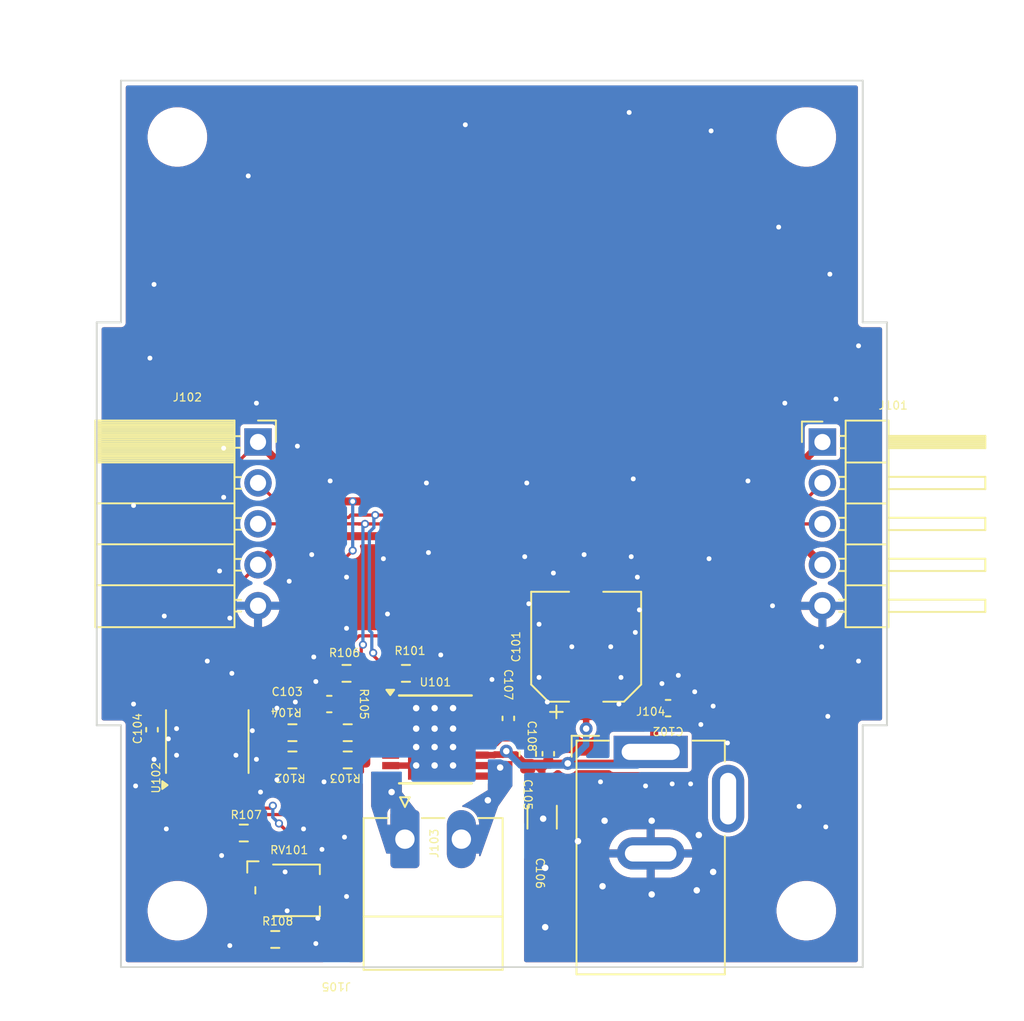
<source format=kicad_pcb>
(kicad_pcb (version 20240108) (generator "pcbnew") (generator_version "8.0")
  (layers (0 "F.Cu" signal) (31 "B.Cu" signal) (34 "B.Paste" user) (35 "F.Paste" user) (36 "B.SilkS" user "B.Silkscreen") (37 "F.SilkS" user "F.Silkscreen") (38 "B.Mask" user) (39 "F.Mask" user) (44 "Edge.Cuts" user))
  (net 0 "")
  (net 1 "+5V")
  (net 2 "Net-(U101-VCP)")
  (net 3 "Net-(U101-CPH)")
  (net 4 "Net-(U101-CPL)")
  (net 5 "/cs")
  (net 6 "GND")
  (net 7 "/IN1")
  (net 8 "/IN2")
  (net 9 "/ANALOG")
  (net 10 "Net-(U101-nFault)")
  (net 13 "Net-(R102-Pad1)")
  (net 14 "Net-(U102--)")
  (net 15 "Net-(R107-Pad2)")
  (net 16 "Net-(R108-Pad1)")
  (net 17 "+18V")
  (net 18 "/OUT2")
  (net 19 "/OUT1")
  (footprint "Capacitor_SMD:C_1206_3216Metric" (layer "F.Cu") (at 186.119 121.701 -90)
    (property "Reference" "C106" (at 3.478 0.127 -90) (layer "F.SilkS") (effects (font (size 0.5 0.5) (thickness 0.075))))
    (property "Value" "10uF")
    (pad "1" smd roundrect (at -1.475 0 270) (size 1.15 1.8) (layers "F.Cu" "F.Paste" "F.Mask") (roundrect_rratio 0.217391) (net 17 "+18V"))
    (pad "2" smd roundrect (at 1.475 0 270) (size 1.15 1.8) (layers "F.Cu" "F.Paste" "F.Mask") (roundrect_rratio 0.217391) (net 6 "GND"))
  )
  (footprint "custom_kicad_lib_sk:R_0603_smalltext" (layer "F.Cu") (at 170.6335 116.459 180)
    (property "Reference" "R104" (at 0.381 1.27 180) (layer "F.SilkS") (effects (font (size 0.5 0.5) (thickness 0.075))))
    (property "Value" "100R")
    (pad "1" smd roundrect (at -0.9125 0 180) (size 0.975 0.95) (layers "F.Cu" "F.Paste" "F.Mask") (net 13 "Net-(R102-Pad1)"))
    (pad "2" smd roundrect (at 0.9125 0 180) (size 0.975 0.95) (layers "F.Cu" "F.Paste" "F.Mask") (net 6 "GND"))
  )
  (footprint "custom_kicad_lib_sk:R_0603_smalltext" (layer "F.Cu") (at 170.6335 118.145 180)
    (property "Reference" "R102" (at 0.15 -1.125 180) (layer "F.SilkS") (effects (font (size 0.5 0.5) (thickness 0.075))))
    (property "Value" "680R")
    (pad "1" smd roundrect (at -0.9125 0 180) (size 0.975 0.95) (layers "F.Cu" "F.Paste" "F.Mask") (net 13 "Net-(R102-Pad1)"))
    (pad "2" smd roundrect (at 0.9125 0 180) (size 0.975 0.95) (layers "F.Cu" "F.Paste" "F.Mask") (net 6 "GND"))
  )
  (footprint "custom_kicad_lib_sk:R_0603_smalltext" (layer "F.Cu") (at 173.99 112.776)
    (property "Reference" "R106" (at -0.127 -1.27 0) (layer "F.SilkS") (effects (font (size 0.5 0.5) (thickness 0.075))))
    (property "Value" "22k")
    (pad "1" smd roundrect (at -0.9125 0) (size 0.975 0.95) (layers "F.Cu" "F.Paste" "F.Mask") (net 1 "+5V"))
    (pad "2" smd roundrect (at 0.9125 0) (size 0.975 0.95) (layers "F.Cu" "F.Paste" "F.Mask") (net 8 "/IN2"))
  )
  (footprint "MountingHole:MountingHole_3.2mm_M3" (layer "F.Cu") (at 163.5 127.5)
    (property "Reference" "REF**" (hide yes))
    (property "Value" "MountingHole_3.2mm_M3")
    (pad "" np_thru_hole circle (at 0 0) (size 3.2 3.2) (drill 3.2) (layers "F&B.Cu" "*.Mask"))
  )
  (footprint "Capacitor_SMD:C_0402_1005Metric_Pad0.74x0.62mm_HandSolder" (layer "F.Cu") (at 161.925 116.2725 -90)
    (property "Reference" "C104" (at -0.0675 0.889 90) (layer "F.SilkS") (effects (font (size 0.5 0.5) (thickness 0.075))))
    (property "Value" "100nF")
    (pad "1" smd roundrect (at -0.5675 0 270) (size 0.735 0.62) (layers "F.Cu" "F.Paste" "F.Mask") (net 1 "+5V"))
    (pad "2" smd roundrect (at 0.5675 0 270) (size 0.735 0.62) (layers "F.Cu" "F.Paste" "F.Mask") (net 6 "GND"))
  )
  (footprint "custom_kicad_lib_sk:55mm_side_w_wing" (layer "F.Cu") (at 158.5 103.5 180)
    (property "Reference" "REF**" (hide yes))
    (property "Value" "55mm_side_w_wing")
    (fp_line (start 0 12.5) (end 0 -12.5) (stroke (width 0.12)) (layer "Edge.Cuts"))
    (fp_line (start 0 -12.5) (end -1.5 -12.5) (stroke (width 0.12)) (layer "Edge.Cuts"))
    (fp_line (start -1.5 27.5) (end -1.5 12.5) (stroke (width 0.12)) (layer "Edge.Cuts"))
    (fp_line (start -1.5 12.5) (end 0 12.5) (stroke (width 0.12)) (layer "Edge.Cuts"))
    (fp_line (start -1.5 -12.5) (end -1.5 -27.5) (stroke (width 0.12)) (layer "Edge.Cuts"))
  )
  (footprint "Package_SO:HTSSOP-16-1EP_4.4x5mm_P0.65mm_EP3.4x5mm" (layer "F.Cu") (at 179.5 116.875)
    (property "Reference" "U101" (at 0 -3.55 0) (layer "F.SilkS") (effects (font (size 0.5 0.5) (thickness 0.075))))
    (property "Value" "DRV8874")
    (pad "1" smd rect (at -2.775 -2.275) (size 1.05 0.45) (layers "F.Cu" "F.Paste" "F.Mask") (net 7 "/IN1"))
    (pad "2" smd rect (at -2.775 -1.625) (size 1.05 0.45) (layers "F.Cu" "F.Paste" "F.Mask") (net 8 "/IN2"))
    (pad "3" smd rect (at -2.775 -0.975) (size 1.05 0.45) (layers "F.Cu" "F.Paste" "F.Mask") (net 1 "+5V"))
    (pad "4" smd rect (at -2.775 -0.325) (size 1.05 0.45) (layers "F.Cu" "F.Paste" "F.Mask") (net 10 "Net-(U101-nFault)"))
    (pad "5" smd rect (at -2.775 0.325) (size 1.05 0.45) (layers "F.Cu" "F.Paste" "F.Mask") (net 1 "+5V"))
    (pad "6" smd rect (at -2.775 0.975) (size 1.05 0.45) (layers "F.Cu" "F.Paste" "F.Mask") (net 9 "/ANALOG"))
    (pad "7" smd rect (at -2.775 1.625) (size 1.05 0.45) (layers "F.Cu" "F.Paste" "F.Mask") (net 6 "GND"))
    (pad "8" smd rect (at -2.775 2.275) (size 1.05 0.45) (layers "F.Cu" "F.Paste" "F.Mask") (net 19 "/OUT1"))
    (pad "9" smd rect (at 2.775 2.275) (size 1.05 0.45) (layers "F.Cu" "F.Paste" "F.Mask") (net 6 "GND"))
    (pad "10" smd rect (at 2.775 1.625) (size 1.05 0.45) (layers "F.Cu" "F.Paste" "F.Mask") (net 18 "/OUT2"))
    (pad "11" smd rect (at 2.775 0.975) (size 1.05 0.45) (layers "F.Cu" "F.Paste" "F.Mask") (net 17 "+18V"))
    (pad "12" smd rect (at 2.775 0.325) (size 1.05 0.45) (layers "F.Cu" "F.Paste" "F.Mask") (net 2 "Net-(U101-VCP)"))
    (pad "13" smd rect (at 2.775 -0.325) (size 1.05 0.45) (layers "F.Cu" "F.Paste" "F.Mask") (net 3 "Net-(U101-CPH)"))
    (pad "14" smd rect (at 2.775 -0.975) (size 1.05 0.45) (layers "F.Cu" "F.Paste" "F.Mask") (net 4 "Net-(U101-CPL)"))
    (pad "15" smd rect (at 2.775 -1.625) (size 1.05 0.45) (layers "F.Cu" "F.Paste" "F.Mask") (net 6 "GND"))
    (pad "16" smd rect (at 2.775 -2.275) (size 1.05 0.45) (layers "F.Cu" "F.Paste" "F.Mask") (net 1 "+5V"))
    (pad "17" smd rect (at 0 0) (size 3.4 5) (layers "F.Cu" "F.Mask") (net 6 "GND"))
  )
  (footprint "Connector_Wire:SolderWirePad_1x01_SMD_1x2mm" (layer "F.Cu") (at 173.355 129.667 180)
    (property "Reference" "J105" (at 0 -2.54 180) (layer "F.SilkS") (effects (font (size 0.5 0.5) (thickness 0.075))))
    (property "Value" "current sense pad")
    (pad "1" smd roundrect (at 0 0 180) (size 1 2) (layers "F.Cu" "F.Paste" "F.Mask") (net 9 "/ANALOG"))
  )
  (footprint "MountingHole:MountingHole_3.2mm_M3" (layer "F.Cu") (at 163.5 79.5)
    (property "Reference" "REF**" (hide yes))
    (property "Value" "MountingHole_3.2mm_M3")
    (pad "" np_thru_hole circle (at 0 0) (size 3.2 3.2) (drill 3.2) (layers "*.Cu" "*.Mask"))
  )
  (footprint "Connector_BarrelJack:BarrelJack_GCT_DCJ200-10-A_Horizontal" (layer "F.Cu") (at 192.85 117.65)
    (property "Reference" "J104" (at 0 -2.5 0) (layer "F.SilkS") (effects (font (size 0.5 0.5) (thickness 0.075))))
    (property "Value" "Barrel_Jack")
    (pad "1" thru_hole rect (at 0 0) (size 4.6 2) (drill oval 3.6 1) (layers "*.Cu" "*.Mask") (net 17 "+18V"))
    (pad "2" thru_hole oval (at 0 6.3) (size 4.2 2) (drill oval 3.2 1) (layers "*.Cu" "*.Mask") (net 6 "GND"))
    (pad "3" thru_hole oval (at 4.8 2.9) (size 2 4.2) (drill oval 1 3.2) (layers "*.Cu" "*.Mask"))
  )
  (footprint "Capacitor_SMD:C_0603_1608Metric" (layer "F.Cu") (at 185.23 117.764 90)
    (property "Reference" "C105" (at -2.54 0 -90) (layer "F.SilkS") (effects (font (size 0.5 0.5) (thickness 0.075))))
    (property "Value" "100nF")
    (pad "1" smd roundrect (at -0.775 0 90) (size 0.9 0.95) (layers "F.Cu" "F.Paste" "F.Mask") (net 17 "+18V"))
    (pad "2" smd roundrect (at 0.775 0 90) (size 0.9 0.95) (layers "F.Cu" "F.Paste" "F.Mask") (net 2 "Net-(U101-VCP)"))
  )
  (footprint "Capacitor_SMD:C_0603_1608Metric" (layer "F.Cu") (at 172.9195 114.681 180)
    (property "Reference" "C103" (at 2.6125 0.762 0) (layer "F.SilkS") (effects (font (size 0.5 0.5) (thickness 0.075))))
    (property "Value" "100nF")
    (pad "1" smd roundrect (at -0.775 0 180) (size 0.9 0.95) (layers "F.Cu" "F.Paste" "F.Mask") (net 1 "+5V"))
    (pad "2" smd roundrect (at 0.775 0 180) (size 0.9 0.95) (layers "F.Cu" "F.Paste" "F.Mask") (net 6 "GND"))
  )
  (footprint "Connector_PinSocket_2.54mm:PinSocket_1x05_P2.54mm_Horizontal" (layer "F.Cu") (at 168.5 98.42)
    (property "Reference" "J102" (at -4.38 -2.77 0) (layer "F.SilkS") (effects (font (size 0.5 0.5) (thickness 0.075))))
    (property "Value" "Conn_01x05_Socket")
    (pad "1" thru_hole rect (at 0 0) (size 1.7 1.7) (drill 1) (layers "*.Cu" "*.Mask") (net 1 "+5V"))
    (pad "2" thru_hole oval (at 0 2.54) (size 1.7 1.7) (drill 1) (layers "*.Cu" "*.Mask") (net 7 "/IN1"))
    (pad "3" thru_hole oval (at 0 5.08) (size 1.7 1.7) (drill 1) (layers "*.Cu" "*.Mask") (net 8 "/IN2"))
    (pad "4" thru_hole oval (at 0 7.62) (size 1.7 1.7) (drill 1) (layers "*.Cu" "*.Mask") (net 5 "/cs"))
    (pad "5" thru_hole oval (at 0 10.16) (size 1.7 1.7) (drill 1) (layers "*.Cu" "*.Mask") (net 6 "GND"))
  )
  (footprint "Potentiometer_SMD:Potentiometer_Bourns_TC33X_Vertical" (layer "F.Cu") (at 170.434 126.238)
    (property "Reference" "RV101" (at 0 -2.5 0) (layer "F.SilkS") (effects (font (size 0.5 0.5) (thickness 0.075))))
    (property "Value" "R_Potentiometer")
    (pad "1" smd rect (at -1.8 -1) (size 1.2 1.2) (layers "F.Cu" "F.Paste" "F.Mask") (net 15 "Net-(R107-Pad2)"))
    (pad "2" smd rect (at 1.45 0) (size 1.5 1.6) (layers "F.Cu" "F.Paste" "F.Mask") (net 14 "Net-(U102--)"))
    (pad "3" smd rect (at -1.8 1) (size 1.2 1.2) (layers "F.Cu" "F.Paste" "F.Mask") (net 16 "Net-(R108-Pad1)"))
  )
  (footprint "MountingHole:MountingHole_3.2mm_M3" (layer "F.Cu") (at 202.5 127.5)
    (property "Reference" "REF**" (hide yes))
    (property "Value" "MountingHole_3.2mm_M3")
    (pad "" np_thru_hole circle (at 0 0) (size 3.2 3.2) (drill 3.2) (layers "F&B.Cu" "*.Mask"))
  )
  (footprint "Capacitor_SMD:CP_Elec_6.3x5.9" (layer "F.Cu") (at 188.849 111.125 90)
    (property "Reference" "C101" (at 0 -4.35 90) (layer "F.SilkS") (effects (font (size 0.5 0.5) (thickness 0.075))))
    (property "Value" "100uF")
    (pad "1" smd roundrect (at -2.8 0 90) (size 3.5 1.6) (layers "F.Cu" "F.Paste" "F.Mask") (roundrect_rratio 0.15625) (net 17 "+18V"))
    (pad "2" smd roundrect (at 2.8 0 90) (size 3.5 1.6) (layers "F.Cu" "F.Paste" "F.Mask") (roundrect_rratio 0.15625) (net 6 "GND"))
  )
  (footprint "Capacitor_SMD:C_0603_1608Metric_Pad1.08x0.95mm_HandSolder" (layer "F.Cu") (at 193.929 114.935 180)
    (property "Reference" "C102" (at 0 -1.43 180) (layer "F.SilkS") (effects (font (size 0.5 0.5) (thickness 0.075))))
    (property "Value" "100nF")
    (pad "1" smd roundrect (at -0.8625 0 180) (size 1.075 0.95) (layers "F.Cu" "F.Paste" "F.Mask") (net 6 "GND"))
    (pad "2" smd roundrect (at 0.8625 0 180) (size 1.075 0.95) (layers "F.Cu" "F.Paste" "F.Mask") (net 17 "+18V"))
  )
  (footprint "custom_kicad_lib_sk:55mm_side_w_wing" (layer "F.Cu") (at 207.5 103.5)
    (property "Reference" "REF**" (hide yes))
    (property "Value" "55mm_side_w_wing")
    (fp_line (start -1.5 -12.5) (end -1.5 -27.5) (stroke (width 0.12)) (layer "Edge.Cuts"))
    (fp_line (start -1.5 12.5) (end 0 12.5) (stroke (width 0.12)) (layer "Edge.Cuts"))
    (fp_line (start -1.5 27.5) (end -1.5 12.5) (stroke (width 0.12)) (layer "Edge.Cuts"))
    (fp_line (start 0 -12.5) (end -1.5 -12.5) (stroke (width 0.12)) (layer "Edge.Cuts"))
    (fp_line (start 0 12.5) (end 0 -12.5) (stroke (width 0.12)) (layer "Edge.Cuts"))
  )
  (footprint "custom_kicad_lib_sk:R_0603_smalltext" (layer "F.Cu") (at 174.0625 118.145 180)
    (property "Reference" "R103" (at 0.15 -1.125 180) (layer "F.SilkS") (effects (font (size 0.5 0.5) (thickness 0.075))))
    (property "Value" "1k5")
    (pad "1" smd roundrect (at -0.9125 0 180) (size 0.975 0.95) (layers "F.Cu" "F.Paste" "F.Mask") (net 9 "/ANALOG"))
    (pad "2" smd roundrect (at 0.9125 0 180) (size 0.975 0.95) (layers "F.Cu" "F.Paste" "F.Mask") (net 13 "Net-(R102-Pad1)"))
  )
  (footprint "custom_kicad_lib_sk:R_0603_smalltext" (layer "F.Cu") (at 174.0625 116.459)
    (property "Reference" "R105" (at 1.016 -1.778 -90) (layer "F.SilkS") (effects (font (size 0.5 0.5) (thickness 0.075))))
    (property "Value" "47k")
    (pad "1" smd roundrect (at -0.9125 0) (size 0.975 0.95) (layers "F.Cu" "F.Paste" "F.Mask") (net 1 "+5V"))
    (pad "2" smd roundrect (at 0.9125 0) (size 0.975 0.95) (layers "F.Cu" "F.Paste" "F.Mask") (net 10 "Net-(U101-nFault)"))
  )
  (footprint "custom_kicad_lib_sk:R_0603_smalltext" (layer "F.Cu") (at 169.5685 129.286)
    (property "Reference" "R108" (at 0.15 -1.125 0) (layer "F.SilkS") (effects (font (size 0.5 0.5) (thickness 0.075))))
    (property "Value" "4k7")
    (pad "1" smd roundrect (at -0.9125 0) (size 0.975 0.95) (layers "F.Cu" "F.Paste" "F.Mask") (net 16 "Net-(R108-Pad1)"))
    (pad "2" smd roundrect (at 0.9125 0) (size 0.975 0.95) (layers "F.Cu" "F.Paste" "F.Mask") (net 6 "GND"))
  )
  (footprint "Connector_PinHeader_2.54mm:PinHeader_1x05_P2.54mm_Horizontal" (layer "F.Cu") (at 203.5 98.425)
    (property "Reference" "J101" (at 4.385 -2.27 0) (layer "F.SilkS") (effects (font (size 0.5 0.5) (thickness 0.075))))
    (property "Value" "Conn_01x05_Pin")
    (pad "1" thru_hole rect (at 0 0) (size 1.7 1.7) (drill 1) (layers "*.Cu" "*.Mask") (net 1 "+5V"))
    (pad "2" thru_hole oval (at 0 2.54) (size 1.7 1.7) (drill 1) (layers "*.Cu" "*.Mask") (net 7 "/IN1"))
    (pad "3" thru_hole oval (at 0 5.08) (size 1.7 1.7) (drill 1) (layers "*.Cu" "*.Mask") (net 8 "/IN2"))
    (pad "4" thru_hole oval (at 0 7.62) (size 1.7 1.7) (drill 1) (layers "*.Cu" "*.Mask") (net 5 "/cs"))
    (pad "5" thru_hole oval (at 0 10.16) (size 1.7 1.7) (drill 1) (layers "*.Cu" "*.Mask") (net 6 "GND"))
  )
  (footprint "Connector_Phoenix_MC:PhoenixContact_MC_1,5_2-G-3.5_1x02_P3.50mm_Horizontal" (layer "F.Cu") (at 177.61 123.063)
    (property "Reference" "J103" (at 1.822 0.2655 90) (layer "F.SilkS") (effects (font (size 0.5 0.5) (thickness 0.075))))
    (property "Value" "Screw_Terminal_01x02")
    (pad "1" thru_hole roundrect (at 0 0) (size 1.8 3.6) (drill 1.2) (layers "*.Cu" "*.Mask") (roundrect_rratio 0.138889) (net 19 "/OUT1"))
    (pad "2" thru_hole oval (at 3.5 0) (size 1.8 3.6) (drill 1.2) (layers "*.Cu" "*.Mask") (net 18 "/OUT2"))
  )
  (footprint "MountingHole:MountingHole_3.2mm_M3" (layer "F.Cu") (at 202.5 79.5)
    (property "Reference" "REF**" (hide yes))
    (property "Value" "MountingHole_3.2mm_M3")
    (pad "" np_thru_hole circle (at 0 0) (size 3.2 3.2) (drill 3.2) (layers "F&B.Cu" "*.Mask"))
  )
  (footprint "custom_kicad_lib_sk:R_0603_smalltext" (layer "F.Cu") (at 167.6165 122.682)
    (property "Reference" "R107" (at 0.15 -1.125 0) (layer "F.SilkS") (effects (font (size 0.5 0.5) (thickness 0.075))))
    (property "Value" "4k7")
    (pad "1" smd roundrect (at -0.9125 0) (size 0.975 0.95) (layers "F.Cu" "F.Paste" "F.Mask") (net 1 "+5V"))
    (pad "2" smd roundrect (at 0.9125 0) (size 0.975 0.95) (layers "F.Cu" "F.Paste" "F.Mask") (net 15 "Net-(R107-Pad2)"))
  )
  (footprint "custom_kicad_lib_sk:R_0603_smalltext" (layer "F.Cu") (at 177.673 112.776 180)
    (property "Reference" "R101" (at -0.254 1.397 0) (layer "F.SilkS") (effects (font (size 0.5 0.5) (thickness 0.075))))
    (property "Value" "22k")
    (pad "1" smd roundrect (at -0.9125 0 180) (size 0.975 0.95) (layers "F.Cu" "F.Paste" "F.Mask") (net 1 "+5V"))
    (pad "2" smd roundrect (at 0.9125 0 180) (size 0.975 0.95) (layers "F.Cu" "F.Paste" "F.Mask") (net 7 "/IN1"))
  )
  (footprint "Capacitor_SMD:C_0402_1005Metric_Pad0.74x0.62mm_HandSolder" (layer "F.Cu") (at 184.023 115.57 90)
    (property "Reference" "C107" (at 2.0915 0 -90) (layer "F.SilkS") (effects (font (size 0.5 0.5) (thickness 0.075))))
    (property "Value" "22n VM")
    (pad "1" smd roundrect (at -0.5675 0 90) (size 0.735 0.62) (layers "F.Cu" "F.Paste" "F.Mask") (net 3 "Net-(U101-CPH)"))
    (pad "2" smd roundrect (at 0.5675 0 90) (size 0.735 0.62) (layers "F.Cu" "F.Paste" "F.Mask") (net 4 "Net-(U101-CPL)"))
  )
  (footprint "Capacitor_SMD:C_0402_1005Metric_Pad0.74x0.62mm_HandSolder" (layer "F.Cu") (at 186.5 117.764 90)
    (property "Reference" "C108" (at 1.094 -1.016 -90) (layer "F.SilkS") (effects (font (size 0.5 0.5) (thickness 0.075))))
    (property "Value" "100nF")
    (pad "1" smd roundrect (at -0.5675 0 90) (size 0.735 0.62) (layers "F.Cu" "F.Paste" "F.Mask") (net 17 "+18V"))
    (pad "2" smd roundrect (at 0.5675 0 90) (size 0.735 0.62) (layers "F.Cu" "F.Paste" "F.Mask") (net 6 "GND"))
  )
  (footprint "Package_SO:SOP-8_3.9x4.9mm_P1.27mm" (layer "F.Cu") (at 165.354 117.009 90)
    (property "Reference" "U102" (at -2.244 -3.175 90) (layer "F.SilkS") (effects (font (size 0.5 0.5) (thickness 0.075))))
    (property "Value" "LM311")
    (pad "1" smd roundrect (at -2.625 -1.905 90) (size 1.65 0.6) (layers "F.Cu" "F.Paste" "F.Mask") (net 6 "GND"))
    (pad "2" smd roundrect (at -2.625 -0.635 90) (size 1.65 0.6) (layers "F.Cu" "F.Paste" "F.Mask") (net 9 "/ANALOG"))
    (pad "3" smd roundrect (at -2.625 0.635 90) (size 1.65 0.6) (layers "F.Cu" "F.Paste" "F.Mask") (net 14 "Net-(U102--)"))
    (pad "4" smd roundrect (at -2.625 1.905 90) (size 1.65 0.6) (layers "F.Cu" "F.Paste" "F.Mask") (net 6 "GND"))
    (pad "5" smd roundrect (at 2.625 1.905 90) (size 1.65 0.6) (layers "F.Cu" "F.Paste" "F.Mask"))
    (pad "6" smd roundrect (at 2.625 0.635 90) (size 1.65 0.6) (layers "F.Cu" "F.Paste" "F.Mask"))
    (pad "7" smd roundrect (at 2.625 -0.635 90) (size 1.65 0.6) (layers "F.Cu" "F.Paste" "F.Mask") (net 5 "/cs"))
    (pad "8" smd roundrect (at 2.625 -1.905 90) (size 1.65 0.6) (layers "F.Cu" "F.Paste" "F.Mask") (net 1 "+5V"))
  )
  (gr_line (start 206 76) (end 160 76) (stroke (width 0.1)) (layer "Edge.Cuts"))
  (gr_line (start 206 131) (end 160 131) (stroke (width 0.1)) (layer "Edge.Cuts"))
  (segment (start 167.132 106.842315) (end 167.132 99.788) (width 0.2) (layer "F.Cu") (net 1))
  (segment (start 173.0775 112.148682) (end 173.0775 112.776) (width 0.2) (layer "F.Cu") (net 1))
  (segment (start 161.315 116.315) (end 161.925 115.705) (width 0.2) (layer "F.Cu") (net 1))
  (segment (start 163.449 114.384) (end 163.449 110.525315) (width 0.2) (layer "F.Cu") (net 1))
  (segment (start 173.15 115.2255) (end 173.6945 114.681) (width 0.2) (layer "F.Cu") (net 1))
  (segment (start 173.0775 106.4495) (end 174.371 105.156) (width 0.2) (layer "F.Cu") (net 1))
  (segment (start 167.132 99.788) (end 168.5 98.42) (width 0.2) (layer "F.Cu") (net 1))
  (segment (start 174.778182 110.448) (end 173.0775 112.148682) (width 0.2) (layer "F.Cu") (net 1))
  (segment (start 173.6945 114.681) (end 173.6945 114.5125) (width 0.2) (layer "F.Cu") (net 1))
  (segment (start 175.670222 115.9) (end 174.451222 114.681) (width 0.2) (layer "F.Cu") (net 1))
  (segment (start 175.920222 117.234) (end 173.925 117.234) (width 0.2) (layer "F.Cu") (net 1))
  (segment (start 176.2575 110.448) (end 174.778182 110.448) (width 0.2) (layer "F.Cu") (net 1))
  (segment (start 166.704 122.682) (end 165.031448 122.682) (width 0.2) (layer "F.Cu") (net 1))
  (segment (start 173.0775 112.776) (end 173.0775 106.4495) (width 0.2) (layer "F.Cu") (net 1))
  (segment (start 173.0775 113.8955) (end 173.0775 112.776) (width 0.2) (layer "F.Cu") (net 1))
  (segment (start 175.954222 117.2) (end 175.920222 117.234) (width 0.2) (layer "F.Cu") (net 1))
  (segment (start 176.725 115.9) (end 175.670222 115.9) (width 0.2) (layer "F.Cu") (net 1))
  (segment (start 176.725 117.2) (end 175.954222 117.2) (width 0.2) (layer "F.Cu") (net 1))
  (segment (start 168.5 98.42) (end 172.188 102.108) (width 0.5) (layer "F.Cu") (net 1))
  (segment (start 174.451222 114.681) (end 173.6945 114.681) (width 0.2) (layer "F.Cu") (net 1))
  (segment (start 174.371 102.108) (end 199.817 102.108) (width 0.5) (layer "F.Cu") (net 1))
  (segment (start 165.031448 122.682) (end 161.315 118.965552) (width 0.2) (layer "F.Cu") (net 1))
  (segment (start 199.817 102.108) (end 203.5 98.425) (width 0.5) (layer "F.Cu") (net 1))
  (segment (start 182.275 114.6) (end 182.275 113.822) (width 0.2) (layer "F.Cu") (net 1))
  (segment (start 173.15 116.459) (end 173.15 115.2255) (width 0.2) (layer "F.Cu") (net 1))
  (segment (start 173.6945 114.5125) (end 173.0775 113.8955) (width 0.2) (layer "F.Cu") (net 1))
  (segment (start 161.315 118.965552) (end 161.315 116.315) (width 0.2) (layer "F.Cu") (net 1))
  (segment (start 161.925 115.705) (end 162.128 115.705) (width 0.2) (layer "F.Cu") (net 1))
  (segment (start 163.449 110.525315) (end 167.132 106.842315) (width 0.2) (layer "F.Cu") (net 1))
  (segment (start 182.275 113.822) (end 181.229 112.776) (width 0.2) (layer "F.Cu") (net 1))
  (segment (start 162.128 115.705) (end 163.449 114.384) (width 0.2) (layer "F.Cu") (net 1))
  (segment (start 181.229 112.776) (end 178.5855 112.776) (width 0.2) (layer "F.Cu") (net 1))
  (segment (start 172.188 102.108) (end 174.371 102.108) (width 0.5) (layer "F.Cu") (net 1))
  (segment (start 173.925 117.234) (end 173.15 116.459) (width 0.2) (layer "F.Cu") (net 1))
  (segment (start 178.5855 112.776) (end 176.2575 110.448) (width 0.2) (layer "F.Cu") (net 1))
  (via (at 174.371 102.108) (size 0.5) (drill 0.3) (layers "F.Cu" "B.Cu") (net 1))
  (via (at 174.371 105.156) (size 0.5) (drill 0.3) (layers "F.Cu" "B.Cu") (net 1))
  (segment (start 174.371 105.156) (end 174.371 102.108) (width 0.2) (layer "B.Cu") (net 1))
  (segment (start 182.275 117.2) (end 183.30805 117.2) (width 0.2) (layer "F.Cu") (net 2))
  (segment (start 185.143 116.902) (end 185.23 116.989) (width 0.2) (layer "F.Cu") (net 2))
  (segment (start 183.60605 116.902) (end 185.143 116.902) (width 0.2) (layer "F.Cu") (net 2))
  (segment (start 183.30805 117.2) (end 183.60605 116.902) (width 0.2) (layer "F.Cu") (net 2))
  (segment (start 183.3005 116.55) (end 182.275 116.55) (width 0.2) (layer "F.Cu") (net 3))
  (segment (start 184.023 116.1375) (end 183.713 116.1375) (width 0.2) (layer "F.Cu") (net 3))
  (segment (start 183.713 116.1375) (end 183.3005 116.55) (width 0.2) (layer "F.Cu") (net 3))
  (segment (start 182.275 115.9) (end 183.1255 115.9) (width 0.2) (layer "F.Cu") (net 4))
  (segment (start 183.1255 115.9) (end 184.023 115.0025) (width 0.2) (layer "F.Cu") (net 4))
  (segment (start 164.719 114.384) (end 164.719 109.821) (width 0.2) (layer "F.Cu") (net 5))
  (segment (start 201.722 104.267) (end 203.5 106.045) (width 0.5) (layer "F.Cu") (net 5))
  (segment (start 164.719 109.821) (end 168.5 106.04) (width 0.2) (layer "F.Cu") (net 5))
  (segment (start 170.273 104.267) (end 201.722 104.267) (width 0.5) (layer "F.Cu") (net 5))
  (segment (start 168.5 106.04) (end 170.273 104.267) (width 0.5) (layer "F.Cu") (net 5))
  (segment (start 181.125 115.25) (end 180.594 114.935) (width 0.4) (layer "F.Cu") (net 6))
  (segment (start 176.725 118.5) (end 177.875 118.5) (width 0.4) (layer "F.Cu") (net 6))
  (segment (start 182.275 119.15) (end 181.35 119.15) (width 0.4) (layer "F.Cu") (net 6))
  (segment (start 177.875 118.5) (end 179.5 116.875) (width 0.4) (layer "F.Cu") (net 6))
  (segment (start 180.594 114.935) (end 179.5 116.875) (width 0.4) (layer "F.Cu") (net 6))
  (segment (start 181.35 119.15) (end 179.5 117.3) (width 0.4) (layer "F.Cu") (net 6))
  (segment (start 182.275 115.25) (end 181.125 115.25) (width 0.4) (layer "F.Cu") (net 6))
  (segment (start 179.5 117.3) (end 179.5 116.875) (width 0.4) (layer "F.Cu") (net 6))
  (via (at 190.373 111.125) (size 0.5) (drill 0.3) (layers "F.Cu" "B.Cu") (net 6))
  (via (at 186.309 128.524) (size 0.8) (drill 0.4) (layers "F.Cu" "B.Cu") (net 6))
  (via (at 166.37 101.854) (size 0.5) (drill 0.3) (layers "F.Cu" "B.Cu") (net 6))
  (via (at 196.469 105.664) (size 0.5) (drill 0.3) (layers "F.Cu" "B.Cu") (net 6))
  (via (at 162.814 122.428) (size 0.5) (drill 0.3) (layers "F.Cu" "B.Cu") (net 6))
  (via (at 193.548 113.411) (size 0.5) (drill 0.3) (layers "F.Cu" "B.Cu") (net 6))
  (via (at 170.18 125.095) (size 0.5) (drill 0.3) (layers "F.Cu" "B.Cu") (net 6))
  (via (at 172.209933 127.974584) (size 0.5) (drill 0.3) (layers "F.Cu" "B.Cu") (net 6))
  (via (at 202.057 121.031) (size 0.5) (drill 0.3) (layers "F.Cu" "B.Cu") (net 6))
  (via (at 168.402 96.012) (size 0.5) (drill 0.3) (layers "F.Cu" "B.Cu") (net 6))
  (via (at 192.024 106.807) (size 0.5) (drill 0.3) (layers "F.Cu" "B.Cu") (net 6))
  (via (at 203.835 115.443) (size 0.5) (drill 0.3) (layers "F.Cu" "B.Cu") (net 6))
  (via (at 178.308 116.205) (size 0.8) (drill 0.4) (layers "F.Cu" "B.Cu") (net 6))
  (via (at 166.37 98.806) (size 0.5) (drill 0.3) (layers "F.Cu" "B.Cu") (net 6))
  (via (at 180.594 117.348) (size 0.8) (drill 0.4) (layers "F.Cu" "B.Cu") (net 6))
  (via (at 205.74 92.456) (size 0.5) (drill 0.3) (layers "F.Cu" "B.Cu") (net 6))
  (via (at 161.798 93.218) (size 0.5) (drill 0.3) (layers "F.Cu" "B.Cu") (net 6))
  (via (at 167.894 81.915) (size 0.5) (drill 0.3) (layers "F.Cu" "B.Cu") (net 6))
  (via (at 181.356 78.74) (size 0.5) (drill 0.3) (layers "F.Cu" "B.Cu") (net 6))
  (via (at 192.532 119.761) (size 0.5) (drill 0.3) (layers "F.Cu" "B.Cu") (net 6))
  (via (at 169.672 119.38) (size 0.5) (drill 0.3) (layers "F.Cu" "B.Cu") (net 6))
  (via (at 192.913 121.92) (size 0.8) (drill 0.4) (layers "F.Cu" "B.Cu") (net 6))
  (via (at 179.451 116.205) (size 0.8) (drill 0.4) (layers "F.Cu" "B.Cu") (net 6))
  (via (at 195.961 115.951) (size 0.5) (drill 0.3) (layers "F.Cu" "B.Cu") (net 6))
  (via (at 170.434 107.061) (size 0.5) (drill 0.3) (layers "F.Cu" "B.Cu") (net 6))
  (via (at 166.116 106.426) (size 0.5) (drill 0.3) (layers "F.Cu" "B.Cu") (net 6))
  (via (at 169.672 114.935) (size 0.5) (drill 0.3) (layers "F.Cu" "B.Cu") (net 6))
  (via (at 168.656 120.142) (size 0.5) (drill 0.3) (layers "F.Cu" "B.Cu") (net 6))
  (via (at 165.354 112.014) (size 0.5) (drill 0.3) (layers "F.Cu" "B.Cu") (net 6))
  (via (at 162.052 88.646) (size 0.5) (drill 0.3) (layers "F.Cu" "B.Cu") (net 6))
  (via (at 192.151 108.839) (size 0.5) (drill 0.3) (layers "F.Cu" "B.Cu") (net 6))
  (via (at 194.183 119.634) (size 0.5) (drill 0.3) (layers "F.Cu" "B.Cu") (net 6))
  (via (at 171.323 122.428) (size 0.5) (drill 0.3) (layers "F.Cu" "B.Cu") (net 6))
  (via (at 191.008 113.03) (size 0.5) (drill 0.3) (layers "F.Cu" "B.Cu") (net 6))
  (via (at 186.817 106.553) (size 0.5) (drill 0.3) (layers "F.Cu" "B.Cu") (net 6))
  (via (at 188.722 105.41) (size 0.5) (drill 0.3) (layers "F.Cu" "B.Cu") (net 6))
  (via (at 179.451 117.348) (size 0.8) (drill 0.4) (layers "F.Cu" "B.Cu") (net 6))
  (via (at 203.708 122.301) (size 0.5) (drill 0.3) (layers "F.Cu" "B.Cu") (net 6))
  (via (at 172.974 100.838) (size 0.5) (drill 0.3) (layers "F.Cu" "B.Cu") (net 6))
  (via (at 173.99 106.807) (size 0.5) (drill 0.3) (layers "F.Cu" "B.Cu") (net 6))
  (via (at 188.341 123.19) (size 0.8) (drill 0.4) (layers "F.Cu" "B.Cu") (net 6))
  (via (at 191.643 105.537) (size 0.5) (drill 0.3) (layers "F.Cu" "B.Cu") (net 6))
  (via (at 190.881 114.681) (size 0.5) (drill 0.3) (layers "F.Cu" "B.Cu") (net 6))
  (via (at 176.276 105.664) (size 0.5) (drill 0.3) (layers "F.Cu" "B.Cu") (net 6))
  (via (at 203.454 111.125) (size 0.5) (drill 0.3) (layers "F.Cu" "B.Cu") (net 6))
  (via (at 204.343 95.758) (size 0.5) (drill 0.3) (layers "F.Cu" "B.Cu") (net 6))
  (via (at 172.085 113.284) (size 0.5) (drill 0.3) (layers "F.Cu" "B.Cu") (net 6))
  (via (at 170.815 114.554) (size 0.5) (drill 0.3) (layers "F.Cu" "B.Cu") (net 6))
  (via (at 167.132 117.856) (size 0.5) (drill 0.3) (layers "F.Cu" "B.Cu") (net 6))
  (via (at 195.834 122.809) (size 0.8) (drill 0.4) (layers "F.Cu" "B.Cu") (net 6))
  (via (at 170.942 98.679) (size 0.5) (drill 0.3) (layers "F.Cu" "B.Cu") (net 6))
  (via (at 166.878 112.776) (size 0.5) (drill 0.3) (layers "F.Cu" "B.Cu") (net 6))
  (via (at 171.831 105.41) (size 0.5) (drill 0.3) (layers "F.Cu" "B.Cu") (net 6))
  (via (at 160.782 102.362) (size 0.5) (drill 0.3) (layers "F.Cu" "B.Cu") (net 6))
  (via (at 173.863 122.936) (size 0.5) (drill 0.3) (layers "F.Cu" "B.Cu") (net 6))
  (via (at 170.307 127.508) (size 0.5) (drill 0.3) (layers "F.Cu" "B.Cu") (net 6))
  (via (at 205.74 112.014) (size 0.5) (drill 0.3) (layers "F.Cu" "B.Cu") (net 6))
  (via (at 195.58 113.919) (size 0.5) (drill 0.3) (layers "F.Cu" "B.Cu") (net 6))
  (via (at 191.897 110.236) (size 0.5) (drill 0.3) (layers "F.Cu" "B.Cu") (net 6))
  (via (at 189.865 125.984) (size 0.8) (drill 0.4) (layers "F.Cu" "B.Cu") (net 6))
  (via (at 203.962 88.011) (size 0.5) (drill 0.3) (layers "F.Cu" "B.Cu") (net 6))
  (via (at 185.039 105.537) (size 0.5) (drill 0.3) (layers "F.Cu" "B.Cu") (net 6))
  (via (at 160.782 114.681) (size 0.5) (drill 0.3) (layers "F.Cu" "B.Cu") (net 6))
  (via (at 196.723 114.808) (size 0.5) (drill 0.3) (layers "F.Cu" "B.Cu") (net 6))
  (via (at 185.293 108.458) (size 0.5) (drill 0.3) (layers "F.Cu" "B.Cu") (net 6))
  (via (at 180.594 118.491) (size 0.8) (drill 0.4) (layers "F.Cu" "B.Cu") (net 6))
  (via (at 168.402 118.11) (size 0.5) (drill 0.3) (layers "F.Cu" "B.Cu") (net 6))
  (via (at 172.466 123.698) (size 0.5) (drill 0.3) (layers "F.Cu" "B.Cu") (net 6))
  (via (at 166.751 109.347) (size 0.5) (drill 0.3) (layers "F.Cu" "B.Cu") (net 6))
  (via (at 185.166 100.965) (size 0.5) (drill 0.3) (layers "F.Cu" "B.Cu") (net 6))
  (via (at 173.99 109.982) (size 0.5) (drill 0.3) (layers "F.Cu" "B.Cu") (net 6))
  (via (at 172.085 129.54) (size 0.5) (drill 0.3) (layers "F.Cu" "B.Cu") (net 6))
  (via (at 162.052 118.11) (size 0.5) (drill 0.3) (layers "F.Cu" "B.Cu") (net 6))
  (via (at 176.53 109.093) (size 0.5) (drill 0.3) (layers "F.Cu" "B.Cu") (net 6))
  (via (at 173.99 126.619) (size 0.5) (drill 0.3) (layers "F.Cu" "B.Cu") (net 6))
  (via (at 185.928 113.03) (size 0.5) (drill 0.3) (layers "F.Cu" "B.Cu") (net 6))
  (via (at 172.593 119.507) (size 0.5) (drill 0.3) (layers "F.Cu" "B.Cu") (net 6))
  (via (at 168.148 116.332) (size 0.5) (drill 0.3) (layers "F.Cu" "B.Cu") (net 6))
  (via (at 195.707 126.238) (size 0.8) (drill 0.4) (layers "F.Cu" "B.Cu") (net 6))
  (via (at 189.738 119.507) (size 0.5) (drill 0.3) (layers "F.Cu" "B.Cu") (net 6))
  (via (at 196.723 125.095) (size 0.8) (drill 0.4) (layers "F.Cu" "B.Cu") (net 6))
  (via (at 183.007 113.157) (size 0.5) (drill 0.3) (layers "F.Cu" "B.Cu") (net 6))
  (via (at 200.787 85.09) (size 0.5) (drill 0.3) (layers "F.Cu" "B.Cu") (net 6))
  (via (at 178.308 118.491) (size 0.8) (drill 0.4) (layers "F.Cu" "B.Cu") (net 6))
  (via (at 178.308 117.348) (size 0.8) (drill 0.4) (layers "F.Cu" "B.Cu") (net 6))
  (via (at 196.596 79.121) (size 0.5) (drill 0.3) (layers "F.Cu" "B.Cu") (net 6))
  (via (at 187.96 111.125) (size 0.5) (drill 0.3) (layers "F.Cu" "B.Cu") (net 6))
  (via (at 163.449 117.856) (size 0.5) (drill 0.3) (layers "F.Cu" "B.Cu") (net 6))
  (via (at 191.516 77.978) (size 0.5) (drill 0.3) (layers "F.Cu" "B.Cu") (net 6))
  (via (at 186.182 121.793) (size 0.8) (drill 0.4) (layers "F.Cu" "B.Cu") (net 6))
  (via (at 162.941 116.84) (size 0.5) (drill 0.3) (layers "F.Cu" "B.Cu") (net 6))
  (via (at 179.832 111.633) (size 0.5) (drill 0.3) (layers "F.Cu" "B.Cu") (net 6))
  (via (at 163.449 116.205) (size 0.5) (drill 0.3) (layers "F.Cu" "B.Cu") (net 6))
  (via (at 166.243 124.079) (size 0.5) (drill 0.3) (layers "F.Cu" "B.Cu") (net 6))
  (via (at 178.308 114.935) (size 0.8) (drill 0.4) (layers "F.Cu" "B.Cu") (net 6))
  (via (at 180.594 116.205) (size 0.8) (drill 0.4) (layers "F.Cu" "B.Cu") (net 6))
  (via (at 166.751 129.667) (size 0.5) (drill 0.3) (layers "F.Cu" "B.Cu") (net 6))
  (via (at 178.943 100.965) (size 0.5) (drill 0.3) (layers "F.Cu" "B.Cu") (net 6))
  (via (at 180.594 114.935) (size 0.8) (drill 0.4) (layers "F.Cu" "B.Cu") (net 6))
  (via (at 162.687 109.22) (size 0.5) (drill 0.3) (layers "F.Cu" "B.Cu") (net 6))
  (via (at 189.992 121.92) (size 0.8) (drill 0.4) (layers "F.Cu" "B.Cu") (net 6))
  (via (at 171.958 111.76) (size 0.5) (drill 0.3) (layers "F.Cu" "B.Cu") (net 6))
  (via (at 192.913 126.492) (size 0.8) (drill 0.4) (layers "F.Cu" "B.Cu") (net 6))
  (via (at 185.928 109.728) (size 0.5) (drill 0.3) (layers "F.Cu" "B.Cu") (net 6))
  (via (at 195.326 119.634) (size 0.5) (drill 0.3) (layers "F.Cu" "B.Cu") (net 6))
  (via (at 198.882 100.838) (size 0.5) (drill 0.3) (layers "F.Cu" "B.Cu") (net 6))
  (via (at 160.909 119.761) (size 0.5) (drill 0.3) (layers "F.Cu" "B.Cu") (net 6))
  (via (at 200.406 108.585) (size 0.5) (drill 0.3) (layers "F.Cu" "B.Cu") (net 6))
  (via (at 179.07 105.283) (size 0.5) (drill 0.3) (layers "F.Cu" "B.Cu") (net 6))
  (via (at 179.451 114.935) (size 0.8) (drill 0.4) (layers "F.Cu" "B.Cu") (net 6))
  (via (at 197.612 117.094) (size 0.5) (drill 0.3) (layers "F.Cu" "B.Cu") (net 6))
  (via (at 191.77 100.711) (size 0.5) (drill 0.3) (layers "F.Cu" "B.Cu") (net 6))
  (via (at 186.436 114.554) (size 0.5) (drill 0.3) (layers "F.Cu" "B.Cu") (net 6))
  (via (at 194.564 112.903) (size 0.5) (drill 0.3) (layers "F.Cu" "B.Cu") (net 6))
  (via (at 179.451 118.491) (size 0.8) (drill 0.4) (layers "F.Cu" "B.Cu") (net 6))
  (via (at 186.309 124.841) (size 0.8) (drill 0.4) (layers "F.Cu" "B.Cu") (net 6))
  (via (at 201.168 96.012) (size 0.5) (drill 0.3) (layers "F.Cu" "B.Cu") (net 6))
  (segment (start 174.262 102.955) (end 175.768 102.955) (width 0.2) (layer "F.Cu") (net 7))
  (segment (start 174.117 103.1) (end 174.262 102.955) (width 0.2) (layer "F.Cu") (net 7))
  (segment (start 175.641 111.6565) (end 176.7605 112.776) (width 0.2) (layer "F.Cu") (net 7))
  (segment (start 176.725 112.9945) (end 176.657 112.9265) (width 0.2) (layer "F.Cu") (net 7))
  (segment (start 176.725 114.6) (end 176.725 112.9945) (width 0.2) (layer "F.Cu") (net 7))
  (segment (start 176.657 103.105) (end 201.36 103.105) (width 0.2) (layer "F.Cu") (net 7))
  (segment (start 175.641 111.506) (end 175.641 111.6565) (width 0.2) (layer "F.Cu") (net 7))
  (segment (start 201.36 103.105) (end 203.5 100.965) (width 0.2) (layer "F.Cu") (net 7))
  (segment (start 175.768 102.955) (end 176.507 102.955) (width 0.2) (layer "F.Cu") (net 7))
  (segment (start 168.5 100.96) (end 170.64 103.1) (width 0.2) (layer "F.Cu") (net 7))
  (segment (start 176.507 102.955) (end 176.657 103.105) (width 0.2) (layer "F.Cu") (net 7))
  (segment (start 170.64 103.1) (end 174.117 103.1) (width 0.2) (layer "F.Cu") (net 7))
  (via (at 175.641 111.506) (size 0.5) (drill 0.3) (layers "F.Cu" "B.Cu") (net 7))
  (via (at 175.768 102.955) (size 0.5) (drill 0.3) (layers "F.Cu" "B.Cu") (net 7))
  (segment (start 175.683 103.732818) (end 175.406 104.009818) (width 0.2) (layer "B.Cu") (net 7))
  (segment (start 175.406 104.009818) (end 175.406 104.267) (width 0.2) (layer "B.Cu") (net 7))
  (segment (start 175.556 111.421) (end 175.641 111.506) (width 0.2) (layer "B.Cu") (net 7))
  (segment (start 175.406 104.267) (end 175.406 110.109) (width 0.2) (layer "B.Cu") (net 7))
  (segment (start 175.406 110.109) (end 175.556 110.259) (width 0.2) (layer "B.Cu") (net 7))
  (segment (start 175.556 110.259) (end 175.556 111.421) (width 0.2) (layer "B.Cu") (net 7))
  (segment (start 175.768 102.955) (end 175.683 103.04) (width 0.2) (layer "B.Cu") (net 7))
  (segment (start 175.683 103.04) (end 175.683 103.732818) (width 0.2) (layer "B.Cu") (net 7))
  (segment (start 174.752 103.5) (end 174.757 103.505) (width 0.2) (layer "F.Cu") (net 8))
  (segment (start 176.725 115.25) (end 176 115.25) (width 0.2) (layer "F.Cu") (net 8))
  (segment (start 176 115.25) (end 175.006 114.256) (width 0.2) (layer "F.Cu") (net 8))
  (segment (start 174.757 103.505) (end 203.5 103.505) (width 0.2) (layer "F.Cu") (net 8))
  (segment (start 174.752 103.5) (end 168.5 103.5) (width 0.2) (layer "F.Cu") (net 8))
  (segment (start 175.128 103.5) (end 174.752 103.5) (width 0.2) (layer "F.Cu") (net 8))
  (segment (start 175.006 114.256) (end 175.006 112.9265) (width 0.2) (layer "F.Cu") (net 8))
  (segment (start 175.133 103.505) (end 175.128 103.5) (width 0.2) (layer "F.Cu") (net 8))
  (segment (start 174.9025 111.1015) (end 175.006 110.998) (width 0.2) (layer "F.Cu") (net 8))
  (segment (start 174.9025 112.776) (end 174.9025 111.1015) (width 0.2) (layer "F.Cu") (net 8))
  (via (at 175.133 103.505) (size 0.5) (drill 0.3) (layers "F.Cu" "B.Cu") (net 8))
  (via (at 175.006 110.998) (size 0.5) (drill 0.3) (layers "F.Cu" "B.Cu") (net 8))
  (segment (start 175.006 110.998) (end 175.006 103.632) (width 0.2) (layer "B.Cu") (net 8))
  (segment (start 175.006 103.632) (end 175.133 103.505) (width 0.2) (layer "B.Cu") (net 8))
  (segment (start 173.313 124.585) (end 172.934 124.206) (width 0.2) (layer "F.Cu") (net 9))
  (segment (start 172.3195 121.539) (end 172.934 122.1535) (width 0.2) (layer "F.Cu") (net 9))
  (segment (start 174.975 118.145) (end 174.975 118.8835) (width 0.2) (layer "F.Cu") (net 9))
  (segment (start 173.313 129.625) (end 173.313 124.585) (width 0.2) (layer "F.Cu") (net 9))
  (segment (start 172.3195 121.539) (end 165.799001 121.539) (width 0.2) (layer "F.Cu") (net 9))
  (segment (start 172.934 122.1535) (end 172.934 124.206) (width 0.2) (layer "F.Cu") (net 9))
  (segment (start 173.355 129.667) (end 173.313 129.625) (width 0.2) (layer "F.Cu") (net 9))
  (segment (start 165.799001 121.539) (end 164.719 120.458999) (width 0.2) (layer "F.Cu") (net 9))
  (segment (start 176.725 117.85) (end 175.27 117.85) (width 0.2) (layer "F.Cu") (net 9))
  (segment (start 172.7925 121.066) (end 172.3195 121.539) (width 0.2) (layer "F.Cu") (net 9))
  (segment (start 164.719 120.458999) (end 164.719 119.634) (width 0.2) (layer "F.Cu") (net 9))
  (segment (start 175.27 117.85) (end 174.975 118.145) (width 0.2) (layer "F.Cu") (net 9))
  (segment (start 174.975 118.8835) (end 172.7925 121.066) (width 0.2) (layer "F.Cu") (net 9))
  (segment (start 175.066 116.55) (end 174.975 116.459) (width 0.2) (layer "F.Cu") (net 10))
  (segment (start 176.725 116.55) (end 175.066 116.55) (width 0.2) (layer "F.Cu") (net 10))
  (segment (start 173.15 118.145) (end 171.546 118.145) (width 0.2) (layer "F.Cu") (net 13))
  (segment (start 171.546 118.145) (end 171.546 116.459) (width 0.2) (layer "F.Cu") (net 13))
  (segment (start 165.989 120.458999) (end 166.669001 121.139) (width 0.2) (layer "F.Cu") (net 14))
  (segment (start 169.268 121.139) (end 169.418 120.989) (width 0.2) (layer "F.Cu") (net 14))
  (segment (start 166.669001 121.139) (end 167.259 121.139) (width 0.2) (layer "F.Cu") (net 14))
  (segment (start 165.989 119.634) (end 165.989 120.458999) (width 0.2) (layer "F.Cu") (net 14))
  (segment (start 167.259 121.139) (end 169.268 121.139) (width 0.2) (layer "F.Cu") (net 14))
  (segment (start 169.799 122.089) (end 171.884 124.174) (width 0.2) (layer "F.Cu") (net 14))
  (segment (start 171.884 124.174) (end 171.884 126.238) (width 0.2) (layer "F.Cu") (net 14))
  (via (at 169.799 122.089) (size 0.5) (drill 0.3) (layers "F.Cu" "B.Cu") (net 14))
  (via (at 169.418 120.989) (size 0.5) (drill 0.3) (layers "F.Cu" "B.Cu") (net 14))
  (segment (start 169.418 121.708) (end 169.799 122.089) (width 0.2) (layer "B.Cu") (net 14))
  (segment (start 169.418 120.989) (end 169.418 121.708) (width 0.2) (layer "B.Cu") (net 14))
  (segment (start 168.634 122.787) (end 168.529 122.682) (width 0.2) (layer "F.Cu") (net 15))
  (segment (start 168.634 125.238) (end 168.634 122.787) (width 0.2) (layer "F.Cu") (net 15))
  (segment (start 168.634 127.238) (end 168.634 129.264) (width 0.2) (layer "F.Cu") (net 16))
  (segment (start 168.634 129.264) (end 168.656 129.286) (width 0.2) (layer "F.Cu") (net 16))
  (segment (start 183.896 117.602) (end 184.112 117.818) (width 0.4) (layer "F.Cu") (net 17))
  (segment (start 188.849 113.925) (end 188.849 116.205) (width 0.4) (layer "F.Cu") (net 17))
  (segment (start 185.23 118.539) (end 185.786 118.539) (width 0.4) (layer "F.Cu") (net 17))
  (segment (start 183.183629 117.818) (end 183.68 117.818) (width 0.4) (layer "F.Cu") (net 17))
  (segment (start 183.183629 117.818) (end 184.509 117.818) (width 0.4) (layer "F.Cu") (net 17))
  (segment (start 186.119 118.872) (end 186.119 118.7125) (width 0.4) (layer "F.Cu") (net 17))
  (segment (start 193.0665 114.935) (end 193.0665 117.4335) (width 0.5) (layer "F.Cu") (net 17))
  (segment (start 184.509 117.818) (end 185.23 118.539) (width 0.4) (layer "F.Cu") (net 17))
  (segment (start 186.119 118.7125) (end 186.5 118.3315) (width 0.4) (layer "F.Cu") (net 17))
  (segment (start 192.1685 118.3315) (end 192.85 117.65) (width 0.4) (layer "F.Cu") (net 17))
  (segment (start 184.112 117.818) (end 184.509 117.818) (width 0.4) (layer "F.Cu") (net 17))
  (segment (start 182.275 117.85) (end 183.151629 117.85) (width 0.4) (layer "F.Cu") (net 17))
  (segment (start 186.5 118.3315) (end 192.1685 118.3315) (width 0.4) (layer "F.Cu") (net 17))
  (segment (start 186.119 120.226) (end 186.119 118.872) (width 0.4) (layer "F.Cu") (net 17))
  (segment (start 183.68 117.818) (end 183.896 117.602) (width 0.4) (layer "F.Cu") (net 17))
  (segment (start 183.151629 117.85) (end 183.183629 117.818) (width 0.4) (layer "F.Cu") (net 17))
  (segment (start 193.0665 117.4335) (end 192.85 117.65) (width 0.5) (layer "F.Cu") (net 17))
  (segment (start 186.5 118.3315) (end 185.4375 118.3315) (width 0.4) (layer "F.Cu") (net 17))
  (segment (start 185.4375 118.3315) (end 185.23 118.539) (width 0.4) (layer "F.Cu") (net 17))
  (segment (start 185.786 118.539) (end 186.119 118.872) (width 0.4) (layer "F.Cu") (net 17))
  (via (at 187.706 118.364) (size 0.8) (drill 0.4) (layers "F.Cu" "B.Cu") (net 17))
  (via (at 188.849 116.205) (size 0.8) (drill 0.4) (layers "F.Cu" "B.Cu") (net 17))
  (via (at 183.896 117.602) (size 0.8) (drill 0.4) (layers "F.Cu" "B.Cu") (net 17))
  (segment (start 183.896 117.602) (end 184.785 118.491) (width 0.4) (layer "B.Cu") (net 17))
  (segment (start 184.785 118.491) (end 192.009 118.491) (width 0.4) (layer "B.Cu") (net 17))
  (segment (start 192.009 118.491) (end 192.85 117.65) (width 0.4) (layer "B.Cu") (net 17))
  (segment (start 188.849 117.221) (end 187.706 118.364) (width 0.4) (layer "B.Cu") (net 17))
  (segment (start 188.849 116.205) (end 188.849 117.221) (width 0.4) (layer "B.Cu") (net 17))
  (via (at 183.515 118.618) (size 0.8) (drill 0.4) (layers "F.Cu" "B.Cu") (net 18))
  (via (at 182.753 120.65) (size 0.8) (drill 0.4) (layers "F.Cu" "B.Cu") (net 18))
  (via (at 176.784 120.142) (size 0.8) (drill 0.4) (layers "F.Cu" "B.Cu") (net 19))
  (zone (net 19) (net_name "/OUT1") (layers "F&B.Cu") (connect_pads (clearance 0.1)) (min_thickness 0.1) (fill yes (thermal_gap 0.2) (thermal_bridge_width 5))
    (polygon (pts (xy 175.514 118.872) (xy 177.419 118.872) (xy 177.419 120.142) (xy 178.308 121.285) (xy 178.308 124.968) (xy 176.784 124.968) (xy 175.514 121.031) (xy 175.514 119.761)))
  )
  (zone (net 6) (net_name "GND") (layers "F&B.Cu") (priority 1) (connect_pads (clearance 0.25)) (min_thickness 0.25) (fill yes (thermal_gap 0.5) (thermal_bridge_width 0.5))
    (polygon (pts (xy 206.5 132) (xy 185 132) (xy 185 117.5) (xy 182 117.5) (xy 182 119.5) (xy 178 119.5) (xy 178 118) (xy 175.5 118) (xy 175 118.5) (xy 175.006 132) (xy 154 131.5) (xy 152.5 72.5) (xy 215 71) (xy 216 126.5)))
  )
  (zone (net 18) (net_name "/OUT2") (layers "F&B.Cu") (connect_pads (clearance 0.1)) (min_thickness 0.1) (fill yes (thermal_gap 0.2) (thermal_bridge_width 5))
    (polygon (pts (xy 184.277 118.11) (xy 182.753 118.11) (xy 182.753 120.015) (xy 180.467 121.412) (xy 180.34 124.968) (xy 181.991 124.968) (xy 183.388 121.031) (xy 184.277 119.761)))
  )
)
</source>
